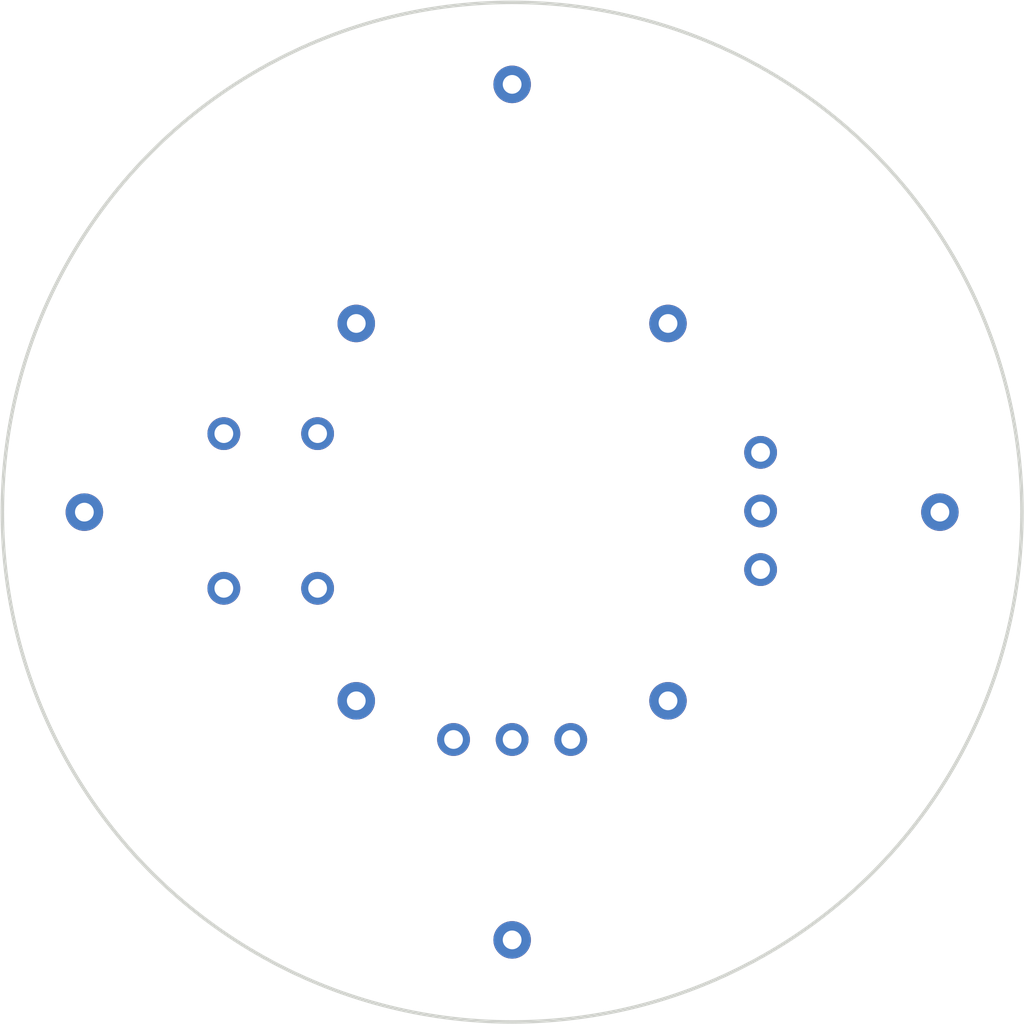
<source format=kicad_pcb>
(kicad_pcb (version 4) (host pcbnew 4.0.6)

  (general
    (links 0)
    (no_connects 0)
    (area 67.149999 79.599999 110.850001 123.300001)
    (thickness 1.6)
    (drawings 26)
    (tracks 18)
    (zones 0)
    (modules 0)
    (nets 1)
  )

  (page A4)
  (layers
    (0 F.Cu signal)
    (31 B.Cu signal)
    (32 B.Adhes user)
    (33 F.Adhes user)
    (34 B.Paste user)
    (35 F.Paste user)
    (36 B.SilkS user)
    (37 F.SilkS user)
    (38 B.Mask user)
    (39 F.Mask user)
    (40 Dwgs.User user)
    (41 Cmts.User user)
    (42 Eco1.User user)
    (43 Eco2.User user)
    (44 Edge.Cuts user)
    (45 Margin user)
    (46 B.CrtYd user)
    (47 F.CrtYd user)
    (48 B.Fab user)
    (49 F.Fab user)
  )

  (setup
    (last_trace_width 0.25)
    (trace_clearance 0.2)
    (zone_clearance 0.508)
    (zone_45_only no)
    (trace_min 0.2)
    (segment_width 0.2)
    (edge_width 0.15)
    (via_size 0.6)
    (via_drill 0.4)
    (via_min_size 0.4)
    (via_min_drill 0.3)
    (user_via 1.4 0.8)
    (user_via 1.6 0.8)
    (uvia_size 0.3)
    (uvia_drill 0.1)
    (uvias_allowed no)
    (uvia_min_size 0.2)
    (uvia_min_drill 0.1)
    (pcb_text_width 0.3)
    (pcb_text_size 1.5 1.5)
    (mod_edge_width 0.15)
    (mod_text_size 1 1)
    (mod_text_width 0.15)
    (pad_size 1.524 1.524)
    (pad_drill 0.762)
    (pad_to_mask_clearance 0.2)
    (aux_axis_origin 0 0)
    (visible_elements 7FFFFFFF)
    (pcbplotparams
      (layerselection 0x01800_00000000)
      (usegerberextensions false)
      (excludeedgelayer true)
      (linewidth 0.100000)
      (plotframeref false)
      (viasonmask false)
      (mode 1)
      (useauxorigin false)
      (hpglpennumber 1)
      (hpglpenspeed 20)
      (hpglpendiameter 15)
      (hpglpenoverlay 2)
      (psnegative false)
      (psa4output false)
      (plotreference true)
      (plotvalue true)
      (plotinvisibletext false)
      (padsonsilk false)
      (subtractmaskfromsilk false)
      (outputformat 1)
      (mirror false)
      (drillshape 0)
      (scaleselection 1)
      (outputdirectory gbr/))
  )

  (net 0 "")

  (net_class Default "これは標準のネット クラスです。"
    (clearance 0.2)
    (trace_width 0.25)
    (via_dia 0.6)
    (via_drill 0.4)
    (uvia_dia 0.3)
    (uvia_drill 0.1)
  )

  (gr_line (start 106 95.5) (end 109.95 95.5) (layer Eco2.User) (width 0.2))
  (gr_line (start 105.75 100) (end 110.75 100) (layer Eco2.User) (width 0.2))
  (gr_line (start 105.75 102.75) (end 110.75 102.75) (layer Eco2.User) (width 0.2))
  (gr_line (start 106 107) (end 110.05 107) (layer Eco2.User) (width 0.2))
  (gr_line (start 93.5 122.75) (end 93.5 117.5) (layer Eco2.User) (width 0.2))
  (gr_line (start 90.25 123.2) (end 90.25 117.5) (layer Eco2.User) (width 0.2))
  (gr_line (start 87.75 123.2) (end 87.75 117.5) (layer Eco2.User) (width 0.2))
  (gr_line (start 84.5 117.5) (end 84.5 122.75) (layer Eco2.User) (width 0.2))
  (gr_line (start 70 107) (end 67.95 107) (layer Eco2.User) (width 0.2))
  (gr_line (start 70 95.5) (end 68.1 95.5) (layer Eco2.User) (width 0.2))
  (gr_line (start 70 101.5) (end 67.25 101.5) (layer Eco2.User) (width 0.2))
  (gr_line (start 89 86.5) (end 89 79.7) (layer Eco2.User) (width 0.2))
  (gr_circle (center 89 101.45) (end 103.75 101.45) (layer Eco1.User) (width 0.2))
  (gr_circle (center 89 101.45) (end 110.75 101.45) (layer Edge.Cuts) (width 0.15))
  (gr_line (start 89 102.75) (end 105.75 102.75) (angle 90) (layer Eco2.User) (width 0.2))
  (gr_line (start 105.75 100) (end 89 100) (angle 90) (layer Eco2.User) (width 0.2))
  (gr_line (start 87.75 117.5) (end 87.75 107) (angle 90) (layer Eco2.User) (width 0.2))
  (gr_line (start 90.25 107) (end 90.25 117.5) (angle 90) (layer Eco2.User) (width 0.2))
  (gr_line (start 93.5 107) (end 93.5 117.5) (angle 90) (layer Eco2.User) (width 0.2))
  (gr_line (start 84.5 110.5) (end 84.5 107) (angle 90) (layer Eco2.User) (width 0.2))
  (gr_line (start 89 107) (end 89 86.5) (angle 90) (layer Eco2.User) (width 0.2))
  (gr_line (start 84.5 110.5) (end 84.5 117.5) (angle 90) (layer Eco2.User) (width 0.2))
  (gr_line (start 70 101.5) (end 89 101.5) (angle 90) (layer Eco2.User) (width 0.2))
  (gr_line (start 70 107) (end 106 107) (angle 90) (layer Eco2.User) (width 0.2))
  (gr_line (start 78.5 95.5) (end 78.5 107) (angle 90) (layer Eco2.User) (width 0.2))
  (gr_line (start 106 95.5) (end 70 95.5) (angle 90) (layer Eco2.User) (width 0.2))

  (via (at 70.75 101.45) (size 1.6) (drill 0.8) (layers F.Cu B.Cu) (net 0))
  (via (at 89 119.7) (size 1.6) (drill 0.8) (layers F.Cu B.Cu) (net 0))
  (via (at 107.25 101.45) (size 1.6) (drill 0.8) (layers F.Cu B.Cu) (net 0))
  (via (at 89 83.2) (size 1.6) (drill 0.8) (layers F.Cu B.Cu) (net 0))
  (via (at 99.6 103.9) (size 1.4) (drill 0.8) (layers F.Cu B.Cu) (net 0))
  (via (at 99.6 101.4) (size 1.4) (drill 0.8) (layers F.Cu B.Cu) (net 0))
  (via (at 99.6 98.9) (size 1.4) (drill 0.8) (layers F.Cu B.Cu) (net 0))
  (via (at 86.5 111.15) (size 1.4) (drill 0.8) (layers F.Cu B.Cu) (net 0))
  (via (at 89 111.15) (size 1.4) (drill 0.8) (layers F.Cu B.Cu) (net 0))
  (via (at 91.5 111.15) (size 1.4) (drill 0.8) (layers F.Cu B.Cu) (net 0))
  (via (at 95.65 109.5) (size 1.6) (drill 0.8) (layers F.Cu B.Cu) (net 0))
  (via (at 82.35 109.5) (size 1.6) (drill 0.8) (layers F.Cu B.Cu) (net 0))
  (via (at 80.7 104.7) (size 1.4) (drill 0.8) (layers F.Cu B.Cu) (net 0))
  (via (at 76.7 104.7) (size 1.4) (drill 0.8) (layers F.Cu B.Cu) (net 0))
  (via (at 80.7 98.1) (size 1.4) (drill 0.8) (layers F.Cu B.Cu) (net 0))
  (via (at 76.7 98.1) (size 1.4) (drill 0.8) (layers F.Cu B.Cu) (net 0))
  (via (at 95.65 93.4) (size 1.6) (drill 0.8) (layers F.Cu B.Cu) (net 0))
  (via (at 82.35 93.4) (size 1.6) (drill 0.8) (layers F.Cu B.Cu) (net 0))

)

</source>
